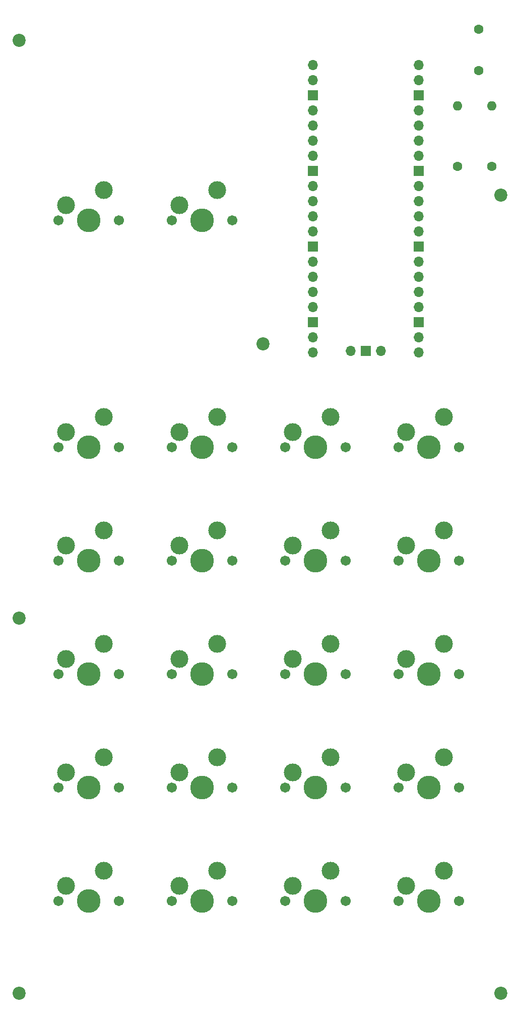
<source format=gts>
%TF.GenerationSoftware,KiCad,Pcbnew,8.0.3*%
%TF.CreationDate,2024-07-24T12:49:44+02:00*%
%TF.ProjectId,programmable,70726f67-7261-46d6-9d61-626c652e6b69,rev?*%
%TF.SameCoordinates,Original*%
%TF.FileFunction,Soldermask,Top*%
%TF.FilePolarity,Negative*%
%FSLAX46Y46*%
G04 Gerber Fmt 4.6, Leading zero omitted, Abs format (unit mm)*
G04 Created by KiCad (PCBNEW 8.0.3) date 2024-07-24 12:49:44*
%MOMM*%
%LPD*%
G01*
G04 APERTURE LIST*
%ADD10C,2.200000*%
%ADD11C,1.701800*%
%ADD12C,3.000000*%
%ADD13C,3.987800*%
%ADD14C,1.600000*%
%ADD15O,1.600000X1.600000*%
%ADD16O,1.700000X1.700000*%
%ADD17R,1.700000X1.700000*%
G04 APERTURE END LIST*
D10*
%TO.C,REF\u002A\u002A*%
X88327500Y-85254600D03*
%TD*%
%TO.C,REF\u002A\u002A*%
X47327500Y-131254600D03*
%TD*%
%TO.C,REF\u002A\u002A*%
X128327500Y-194254600D03*
%TD*%
%TO.C,REF\u002A\u002A*%
X47327500Y-194254600D03*
%TD*%
%TO.C,REF\u002A\u002A*%
X128327500Y-60254600D03*
%TD*%
%TO.C,REF\u002A\u002A*%
X47327500Y-34254600D03*
%TD*%
D11*
%TO.C,S16*%
X111122500Y-140679600D03*
D12*
X112392500Y-138139600D03*
D13*
X116202500Y-140679600D03*
D12*
X118742500Y-135599600D03*
D11*
X121282500Y-140679600D03*
%TD*%
%TO.C,S6*%
X111122500Y-102579600D03*
D12*
X112392500Y-100039600D03*
D13*
X116202500Y-102579600D03*
D12*
X118742500Y-97499600D03*
D11*
X121282500Y-102579600D03*
%TD*%
%TO.C,S22*%
X111122500Y-178779600D03*
D12*
X112392500Y-176239600D03*
D13*
X116202500Y-178779600D03*
D12*
X118742500Y-173699600D03*
D11*
X121282500Y-178779600D03*
%TD*%
%TO.C,S18*%
X53972500Y-159729600D03*
D12*
X55242500Y-157189600D03*
D13*
X59052500Y-159729600D03*
D12*
X61592500Y-154649600D03*
D11*
X64132500Y-159729600D03*
%TD*%
%TO.C,S17*%
X92072500Y-178779600D03*
D12*
X93342500Y-176239600D03*
D13*
X97152500Y-178779600D03*
D12*
X99692500Y-173699600D03*
D11*
X102232500Y-178779600D03*
%TD*%
%TO.C,S19*%
X73022500Y-159729600D03*
D12*
X74292500Y-157189600D03*
D13*
X78102500Y-159729600D03*
D12*
X80642500Y-154649600D03*
D11*
X83182500Y-159729600D03*
%TD*%
%TO.C,S4*%
X73022500Y-102579600D03*
D12*
X74292500Y-100039600D03*
D13*
X78102500Y-102579600D03*
D12*
X80642500Y-97499600D03*
D11*
X83182500Y-102579600D03*
%TD*%
%TO.C,S21*%
X111122500Y-159729600D03*
D12*
X112392500Y-157189600D03*
D13*
X116202500Y-159729600D03*
D12*
X118742500Y-154649600D03*
D11*
X121282500Y-159729600D03*
%TD*%
%TO.C,S14*%
X73022500Y-140679600D03*
D12*
X74292500Y-138139600D03*
D13*
X78102500Y-140679600D03*
D12*
X80642500Y-135599600D03*
D11*
X83182500Y-140679600D03*
%TD*%
%TO.C,S9*%
X73022500Y-121629600D03*
D12*
X74292500Y-119089600D03*
D13*
X78102500Y-121629600D03*
D12*
X80642500Y-116549600D03*
D11*
X83182500Y-121629600D03*
%TD*%
%TO.C,S3*%
X53972500Y-102579600D03*
D12*
X55242500Y-100039600D03*
D13*
X59052500Y-102579600D03*
D12*
X61592500Y-97499600D03*
D11*
X64132500Y-102579600D03*
%TD*%
%TO.C,S1*%
X53972500Y-64479600D03*
D12*
X55242500Y-61939600D03*
D13*
X59052500Y-64479600D03*
D12*
X61592500Y-59399600D03*
D11*
X64132500Y-64479600D03*
%TD*%
%TO.C,S8*%
X53972500Y-121629600D03*
D12*
X55242500Y-119089600D03*
D13*
X59052500Y-121629600D03*
D12*
X61592500Y-116549600D03*
D11*
X64132500Y-121629600D03*
%TD*%
%TO.C,S5*%
X92072500Y-102579600D03*
D12*
X93342500Y-100039600D03*
D13*
X97152500Y-102579600D03*
D12*
X99692500Y-97499600D03*
D11*
X102232500Y-102579600D03*
%TD*%
%TO.C,S11*%
X111122500Y-121629600D03*
D12*
X112392500Y-119089600D03*
D13*
X116202500Y-121629600D03*
D12*
X118742500Y-116549600D03*
D11*
X121282500Y-121629600D03*
%TD*%
%TO.C,S15*%
X92072500Y-140679600D03*
D12*
X93342500Y-138139600D03*
D13*
X97152500Y-140679600D03*
D12*
X99692500Y-135599600D03*
D11*
X102232500Y-140679600D03*
%TD*%
%TO.C,S2*%
X73022500Y-64479600D03*
D12*
X74292500Y-61939600D03*
D13*
X78102500Y-64479600D03*
D12*
X80642500Y-59399600D03*
D11*
X83182500Y-64479600D03*
%TD*%
%TO.C,S10*%
X92072500Y-121629600D03*
D12*
X93342500Y-119089600D03*
D13*
X97152500Y-121629600D03*
D12*
X99692500Y-116549600D03*
D11*
X102232500Y-121629600D03*
%TD*%
%TO.C,S13*%
X53972500Y-140679600D03*
D12*
X55242500Y-138139600D03*
D13*
X59052500Y-140679600D03*
D12*
X61592500Y-135599600D03*
D11*
X64132500Y-140679600D03*
%TD*%
%TO.C,S12*%
X73022500Y-178779600D03*
D12*
X74292500Y-176239600D03*
D13*
X78102500Y-178779600D03*
D12*
X80642500Y-173699600D03*
D11*
X83182500Y-178779600D03*
%TD*%
%TO.C,S7*%
X53972500Y-178779600D03*
D12*
X55242500Y-176239600D03*
D13*
X59052500Y-178779600D03*
D12*
X61592500Y-173699600D03*
D11*
X64132500Y-178779600D03*
%TD*%
%TO.C,S20*%
X92072500Y-159729600D03*
D12*
X93342500Y-157189600D03*
D13*
X97152500Y-159729600D03*
D12*
X99692500Y-154649600D03*
D11*
X102232500Y-159729600D03*
%TD*%
D14*
%TO.C,R23*%
X121017500Y-55444600D03*
D15*
X121017500Y-45284600D03*
%TD*%
D14*
%TO.C,J1*%
X124547500Y-32374600D03*
X124547500Y-39374600D03*
%TD*%
D16*
%TO.C,U1*%
X114517500Y-38424600D03*
X114517500Y-40964600D03*
D17*
X114517500Y-43504600D03*
D16*
X114517500Y-46044600D03*
X114517500Y-48584600D03*
X114517500Y-51124600D03*
X114517500Y-53664600D03*
D17*
X114517500Y-56204600D03*
D16*
X114517500Y-58744600D03*
X114517500Y-61284600D03*
X114517500Y-63824600D03*
X114517500Y-66364600D03*
D17*
X114517500Y-68904600D03*
D16*
X114517500Y-71444600D03*
X114517500Y-73984600D03*
X114517500Y-76524600D03*
X114517500Y-79064600D03*
D17*
X114517500Y-81604600D03*
D16*
X114517500Y-84144600D03*
X114517500Y-86684600D03*
X96737500Y-86684600D03*
X96737500Y-84144600D03*
D17*
X96737500Y-81604600D03*
D16*
X96737500Y-79064600D03*
X96737500Y-76524600D03*
X96737500Y-73984600D03*
X96737500Y-71444600D03*
D17*
X96737500Y-68904600D03*
D16*
X96737500Y-66364600D03*
X96737500Y-63824600D03*
X96737500Y-61284600D03*
X96737500Y-58744600D03*
D17*
X96737500Y-56204600D03*
D16*
X96737500Y-53664600D03*
X96737500Y-51124600D03*
X96737500Y-48584600D03*
X96737500Y-46044600D03*
D17*
X96737500Y-43504600D03*
D16*
X96737500Y-40964600D03*
X96737500Y-38424600D03*
X108167500Y-86454600D03*
D17*
X105627500Y-86454600D03*
D16*
X103087500Y-86454600D03*
%TD*%
D14*
%TO.C,R24*%
X126777500Y-55444600D03*
D15*
X126777500Y-45284600D03*
%TD*%
M02*

</source>
